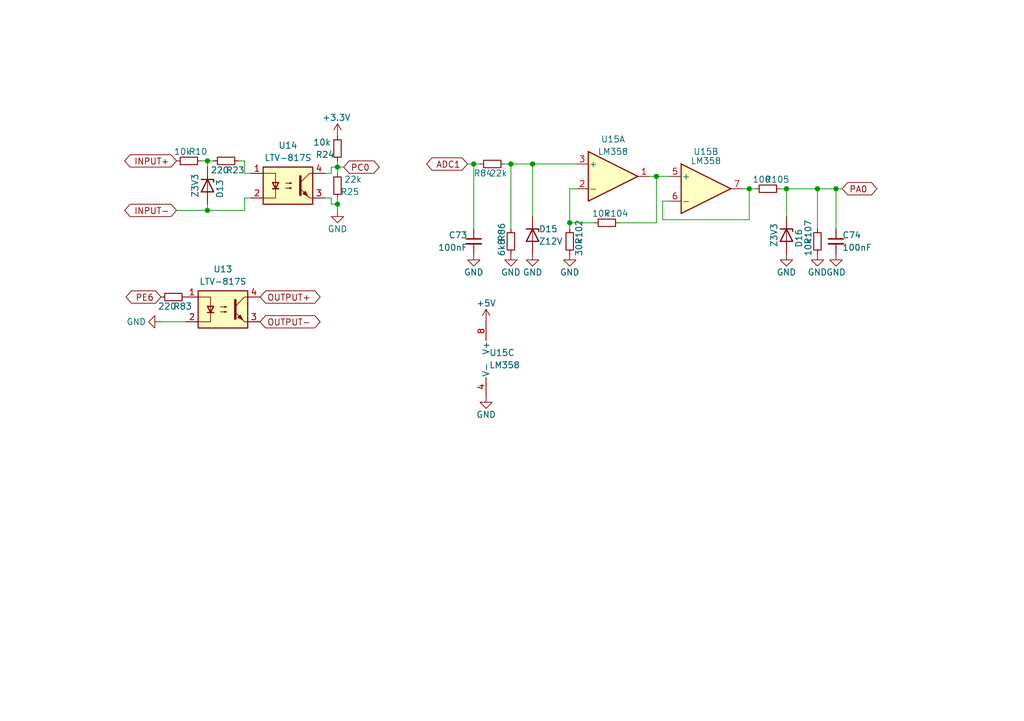
<source format=kicad_sch>
(kicad_sch (version 20211123) (generator eeschema)
  (paper "A5")
  (lib_symbols
    (symbol "Amplifier_Operational:LM358" (pin_names (offset 0.127))
      (property "Reference" "U" (at 0 5.08 0))
      (property "Value" "LM358" (at 0 -5.08 0))
      (symbol "LM358_1_1"
        (polyline (pts (xy -5.08 5.08) (xy 5.08 0) (xy -5.08 -5.08) (xy -5.08 5.08)) (stroke (width 0.254)) (fill (type background)))
        (pin output line (at 7.62 0 180) (length 2.54) (name "~") (number "1"))
        (pin input line (at -7.62 -2.54 0) (length 2.54) (name "-") (number "2"))
        (pin input line (at -7.62 2.54 0) (length 2.54) (name "+") (number "3"))
      )
      (symbol "LM358_2_1"
        (polyline (pts (xy -5.08 5.08) (xy 5.08 0) (xy -5.08 -5.08) (xy -5.08 5.08)) (stroke (width 0.254)) (fill (type background)))
        (pin input line (at -7.62 2.54 0) (length 2.54) (name "+") (number "5"))
        (pin input line (at -7.62 -2.54 0) (length 2.54) (name "-") (number "6"))
        (pin output line (at 7.62 0 180) (length 2.54) (name "~") (number "7"))
      )
      (symbol "LM358_3_1"
        (pin power_in line (at -2.54 -7.62 90) (length 3.81) (name "V-") (number "4"))
        (pin power_in line (at -2.54 7.62 270) (length 3.81) (name "V+") (number "8"))
      )
    )
    (symbol "Device:C_Small" (pin_numbers hide) (pin_names (offset 0.254) hide)
      (property "Reference" "C" (at 0.254 1.778 0))
      (property "Value" "C_Small" (at 0.254 -2.032 0))
      (symbol "C_Small_0_1"
        (polyline (pts (xy -1.524 -0.508) (xy 1.524 -0.508)) (stroke (width 0.3302)))
        (polyline (pts (xy -1.524 0.508) (xy 1.524 0.508)) (stroke (width 0.3048)))
      )
      (symbol "C_Small_1_1"
        (pin passive line (at 0 2.54 270) (length 2.032) (name "~") (number "1"))
        (pin passive line (at 0 -2.54 90) (length 2.032) (name "~") (number "2"))
      )
    )
    (symbol "Device:R_Small" (pin_numbers hide) (pin_names (offset 0.254) hide)
      (property "Reference" "R" (at 0.762 0.508 0))
      (property "Value" "R_Small" (at 0.762 -1.016 0))
      (symbol "R_Small_0_1"
        (rectangle (start -0.762 1.778) (end 0.762 -1.778) (stroke (width 0.2032)))
      )
      (symbol "R_Small_1_1"
        (pin passive line (at 0 2.54 270) (length 0.762) (name "~") (number "1"))
        (pin passive line (at 0 -2.54 90) (length 0.762) (name "~") (number "2"))
      )
    )
    (symbol "Diode:BZV55B12" (pin_numbers hide) (pin_names hide)
      (property "Reference" "D" (at 0 2.54 0))
      (property "Value" "BZV55B12" (at 0 -2.54 0))
      (symbol "BZV55B12_0_1"
        (polyline (pts (xy 1.27 0) (xy -1.27 0)))
        (polyline (pts (xy -1.27 -1.27) (xy -1.27 1.27) (xy -0.762 1.27)) (stroke (width 0.254)))
        (polyline (pts (xy 1.27 -1.27) (xy 1.27 1.27) (xy -1.27 0) (xy 1.27 -1.27)) (stroke (width 0.254)))
      )
      (symbol "BZV55B12_1_1"
        (pin passive line (at -3.81 0 0) (length 2.54) (name "K") (number "1"))
        (pin passive line (at 3.81 0 180) (length 2.54) (name "A") (number "2"))
      )
    )
    (symbol "Diode:BZV55C3V3" (pin_numbers hide) (pin_names hide)
      (property "Reference" "D" (at 0 2.54 0))
      (property "Value" "BZV55C3V3" (at 0 -2.54 0))
      (symbol "BZV55C3V3_0_1"
        (polyline (pts (xy 1.27 0) (xy -1.27 0)))
        (polyline (pts (xy -1.27 -1.27) (xy -1.27 1.27) (xy -0.762 1.27)) (stroke (width 0.254)))
        (polyline (pts (xy 1.27 -1.27) (xy 1.27 1.27) (xy -1.27 0) (xy 1.27 -1.27)) (stroke (width 0.254)))
      )
      (symbol "BZV55C3V3_1_1"
        (pin passive line (at -3.81 0 0) (length 2.54) (name "K") (number "1"))
        (pin passive line (at 3.81 0 180) (length 2.54) (name "A") (number "2"))
      )
    )
    (symbol "Isolator:LTV-817S" (pin_names (offset 1.016))
      (property "Reference" "U" (at -3.81 5.08 0))
      (property "Value" "LTV-817S" (at 0 -5.08 0))
      (symbol "LTV-817S_1_1"
        (rectangle (start -5.08 3.81) (end 5.08 -3.81) (stroke (width 0.254)) (fill (type background)))
        (polyline (pts (xy -3.175 -0.635) (xy -1.905 -0.635)) (stroke (width 0.254)))
        (polyline (pts (xy 2.54 0.635) (xy 4.445 2.54)))
        (polyline (pts (xy 4.445 -2.54) (xy 2.54 -0.635)) (fill (type outline)))
        (polyline (pts (xy 4.445 -2.54) (xy 5.08 -2.54)))
        (polyline (pts (xy 4.445 2.54) (xy 5.08 2.54)))
        (polyline (pts (xy -5.08 2.54) (xy -2.54 2.54) (xy -2.54 -0.762)))
        (polyline (pts (xy -2.54 -0.635) (xy -2.54 -2.54) (xy -5.08 -2.54)))
        (polyline (pts (xy 2.54 1.905) (xy 2.54 -1.905) (xy 2.54 -1.905)) (stroke (width 0.508)))
        (polyline (pts (xy -2.54 -0.635) (xy -3.175 0.635) (xy -1.905 0.635) (xy -2.54 -0.635)) (stroke (width 0.254)))
        (polyline (pts (xy -0.508 -0.508) (xy 0.762 -0.508) (xy 0.381 -0.635) (xy 0.381 -0.381) (xy 0.762 -0.508)))
        (polyline (pts (xy -0.508 0.508) (xy 0.762 0.508) (xy 0.381 0.381) (xy 0.381 0.635) (xy 0.762 0.508)))
        (polyline (pts (xy 3.048 -1.651) (xy 3.556 -1.143) (xy 4.064 -2.159) (xy 3.048 -1.651) (xy 3.048 -1.651)) (fill (type outline)))
        (pin passive line (at -7.62 2.54 0) (length 2.54) (name "~") (number "1"))
        (pin passive line (at -7.62 -2.54 0) (length 2.54) (name "~") (number "2"))
        (pin passive line (at 7.62 -2.54 180) (length 2.54) (name "~") (number "3"))
        (pin passive line (at 7.62 2.54 180) (length 2.54) (name "~") (number "4"))
      )
    )
    (symbol "power:+3.3V" (power) (pin_names (offset 0))
      (property "Value" "+3.3V" (at 0 3.556 0))
      (symbol "+3.3V_0_1"
        (polyline (pts (xy -0.762 1.27) (xy 0 2.54)))
        (polyline (pts (xy 0 0) (xy 0 2.54)))
        (polyline (pts (xy 0 2.54) (xy 0.762 1.27)))
      )
      (symbol "+3.3V_1_1"
        (pin power_in line (at 0 0 90) (length 0) hide (name "+3.3V") (number "1"))
      )
    )
    (symbol "power:+5V" (power) (pin_names (offset 0))
      (property "Value" "+5V" (at 0 3.556 0))
      (symbol "+5V_0_1"
        (polyline (pts (xy -0.762 1.27) (xy 0 2.54)))
        (polyline (pts (xy 0 0) (xy 0 2.54)))
        (polyline (pts (xy 0 2.54) (xy 0.762 1.27)))
      )
      (symbol "+5V_1_1"
        (pin power_in line (at 0 0 90) (length 0) hide (name "+5V") (number "1"))
      )
    )
    (symbol "power:GND" (power) (pin_names (offset 0))
      (property "Value" "GND" (at 0 -3.81 0))
      (symbol "GND_0_1"
        (polyline (pts (xy 0 0) (xy 0 -1.27) (xy 1.27 -1.27) (xy 0 -2.54) (xy -1.27 -1.27) (xy 0 -1.27)))
      )
      (symbol "GND_1_1"
        (pin power_in line (at 0 0 270) (length 0) hide (name "GND") (number "1"))
      )
    )
  )
  (junction (at 42.545 33.02))
  (junction (at 161.29 38.735))
  (junction (at 69.215 41.91))
  (junction (at 69.215 34.29))
  (junction (at 97.155 33.655))
  (junction (at 171.45 38.735))
  (junction (at 104.775 33.655))
  (junction (at 153.67 38.735))
  (junction (at 42.545 43.18))
  (junction (at 109.22 33.655))
  (junction (at 167.64 38.735))
  (junction (at 116.84 45.72))
  (junction (at 134.62 36.195))
  (wire (pts (xy 69.215 41.91) (xy 69.215 40.64)))
  (wire (pts (xy 69.215 34.29) (xy 70.485 34.29)))
  (wire (pts (xy 97.155 33.655) (xy 98.425 33.655)))
  (wire (pts (xy 137.16 41.275) (xy 135.89 41.275)))
  (wire (pts (xy 135.89 41.275) (xy 135.89 45.085)))
  (wire (pts (xy 135.89 45.085) (xy 153.67 45.085)))
  (wire (pts (xy 121.92 45.72) (xy 116.84 45.72)))
  (wire (pts (xy 116.84 38.735) (xy 116.84 45.72)))
  (wire (pts (xy 69.215 34.29) (xy 69.215 35.56)))
  (wire (pts (xy 36.195 43.18) (xy 42.545 43.18)))
  (wire (pts (xy 116.84 38.735) (xy 118.11 38.735)))
  (wire (pts (xy 66.675 35.56) (xy 67.945 35.56)))
  (wire (pts (xy 167.64 46.99) (xy 167.64 38.735)))
  (wire (pts (xy 50.165 43.18) (xy 42.545 43.18)))
  (wire (pts (xy 104.775 46.99) (xy 104.775 33.655)))
  (wire (pts (xy 171.45 38.735) (xy 172.72 38.735)))
  (wire (pts (xy 51.435 40.64) (xy 50.165 40.64)))
  (wire (pts (xy 171.45 46.99) (xy 171.45 38.735)))
  (wire (pts (xy 33.02 66.04) (xy 38.1 66.04)))
  (wire (pts (xy 66.675 40.64) (xy 67.945 40.64)))
  (wire (pts (xy 42.545 33.02) (xy 42.545 34.29)))
  (wire (pts (xy 167.64 38.735) (xy 171.45 38.735)))
  (wire (pts (xy 67.945 41.91) (xy 69.215 41.91)))
  (wire (pts (xy 153.67 38.735) (xy 152.4 38.735)))
  (wire (pts (xy 41.275 33.02) (xy 42.545 33.02)))
  (wire (pts (xy 42.545 33.02) (xy 43.815 33.02)))
  (wire (pts (xy 161.29 38.735) (xy 167.64 38.735)))
  (wire (pts (xy 67.945 40.64) (xy 67.945 41.91)))
  (wire (pts (xy 133.35 36.195) (xy 134.62 36.195)))
  (wire (pts (xy 116.84 45.72) (xy 116.84 46.99)))
  (wire (pts (xy 50.165 40.64) (xy 50.165 43.18)))
  (wire (pts (xy 153.67 45.085) (xy 153.67 38.735)))
  (wire (pts (xy 50.165 33.02) (xy 48.895 33.02)))
  (wire (pts (xy 134.62 36.195) (xy 137.16 36.195)))
  (wire (pts (xy 127 45.72) (xy 134.62 45.72)))
  (wire (pts (xy 109.22 33.655) (xy 118.11 33.655)))
  (wire (pts (xy 109.22 33.655) (xy 109.22 44.45)))
  (wire (pts (xy 134.62 36.195) (xy 134.62 45.72)))
  (wire (pts (xy 69.215 33.02) (xy 69.215 34.29)))
  (wire (pts (xy 51.435 35.56) (xy 50.165 35.56)))
  (wire (pts (xy 161.29 44.45) (xy 161.29 38.735)))
  (wire (pts (xy 153.67 38.735) (xy 154.94 38.735)))
  (wire (pts (xy 160.02 38.735) (xy 161.29 38.735)))
  (wire (pts (xy 103.505 33.655) (xy 104.775 33.655)))
  (wire (pts (xy 95.885 33.655) (xy 97.155 33.655)))
  (wire (pts (xy 67.945 34.29) (xy 69.215 34.29)))
  (wire (pts (xy 67.945 35.56) (xy 67.945 34.29)))
  (wire (pts (xy 69.215 41.91) (xy 69.215 43.18)))
  (wire (pts (xy 104.775 33.655) (xy 109.22 33.655)))
  (wire (pts (xy 97.155 46.99) (xy 97.155 33.655)))
  (wire (pts (xy 50.165 35.56) (xy 50.165 33.02)))
  (wire (pts (xy 42.545 43.18) (xy 42.545 41.91)))
  (global_label "PE6" (shape bidirectional) (at 33.02 60.96 180) (property "Intersheet References" "${INTERSHEET_REFS}" (effects hide)))
  (global_label "PA0" (shape bidirectional) (at 172.72 38.735 0) (property "Intersheet References" "${INTERSHEET_REFS}" (effects hide)))
  (global_label "OUTPUT-" (shape bidirectional) (at 53.34 66.04 0) (property "Intersheet References" "${INTERSHEET_REFS}" (effects hide)))
  (global_label "ADC1" (shape bidirectional) (at 95.885 33.655 180) (property "Intersheet References" "${INTERSHEET_REFS}" (effects hide)))
  (global_label "PC0" (shape bidirectional) (at 70.485 34.29 0) (property "Intersheet References" "${INTERSHEET_REFS}" (effects hide)))
  (global_label "OUTPUT+" (shape bidirectional) (at 53.34 60.96 0) (property "Intersheet References" "${INTERSHEET_REFS}" (effects hide)))
  (global_label "INPUT+" (shape bidirectional) (at 36.195 33.02 180) (property "Intersheet References" "${INTERSHEET_REFS}" (effects hide)))
  (global_label "INPUT-" (shape bidirectional) (at 36.195 43.18 180) (property "Intersheet References" "${INTERSHEET_REFS}" (effects hide)))
  (symbol (lib_id "power:GND") (at 97.155 52.07 0) (unit 1)
    (property "Reference" "#PWR0145" (effects hide))
    (property "Value" "GND" (at 97.155 55.88 0))
  )
  (symbol (lib_id "power:GND") (at 171.45 52.07 0) (unit 1)
    (property "Reference" "#PWR0186" (effects hide))
    (property "Value" "GND" (at 171.45 55.88 0))
  )
  (symbol (lib_id "Device:R_Small") (at 35.56 60.96 270) (unit 1)
    (property "Reference" "R83" (at 37.465 62.865 90))
    (property "Value" "220" (at 34.29 62.865 90))
    (property "Footprint" "Resistor_SMD:R_0603_1608Metric" (effects hide))
  )
  (symbol (lib_id "Device:R_Small") (at 100.965 33.655 90) (unit 1)
    (property "Reference" "R84" (at 99.06 35.56 90))
    (property "Value" "22k" (at 102.235 35.56 90))
    (property "Footprint" "Resistor_SMD:R_0603_1608Metric" (effects hide))
  )
  (symbol (lib_id "Amplifier_Operational:LM358") (at 144.78 38.735 0) (unit 2)
    (property "Reference" "U15" (at 144.78 31.115 0))
    (property "Value" "LM358" (at 144.78 33.02 0))
    (property "Footprint" "Package_SO:SOIC-8_3.9x4.9mm_P1.27mm" (effects hide))
    (property "Datasheet" "http://www.ti.com/lit/ds/symlink/lm2904-n.pdf" (effects hide))
  )
  (symbol (lib_id "power:GND") (at 69.215 43.18 0) (unit 1)
    (property "Reference" "#PWR0170" (effects hide))
    (property "Value" "GND" (at 69.215 46.99 0))
  )
  (symbol (lib_id "Device:R_Small") (at 104.775 49.53 0) (unit 1)
    (property "Reference" "R86" (at 102.87 47.625 90))
    (property "Value" "6k8" (at 102.87 50.8 90))
    (property "Footprint" "Resistor_SMD:R_0603_1608Metric" (effects hide))
  )
  (symbol (lib_id "power:GND") (at 33.02 66.04 270) (unit 1)
    (property "Reference" "#PWR0148" (effects hide))
    (property "Value" "GND" (at 27.94 66.04 90))
  )
  (symbol (lib_id "power:GND") (at 167.64 52.07 0) (unit 1)
    (property "Reference" "#PWR0187" (effects hide))
    (property "Value" "GND" (at 167.64 55.88 0))
  )
  (symbol (lib_id "Isolator:LTV-817S") (at 45.72 63.5 0) (unit 1)
    (property "Reference" "U13" (at 45.72 55.245 0))
    (property "Value" "LTV-817S" (at 45.72 57.785 0))
    (property "Footprint" "Package_DIP:SMDIP-4_W9.53mm" (effects hide))
    (property "Datasheet" "http://www.us.liteon.com/downloads/LTV-817-827-847.PDF" (effects hide))
  )
  (symbol (lib_id "Device:R_Small") (at 167.64 49.53 0) (unit 1)
    (property "Reference" "R107" (at 165.735 47.625 90))
    (property "Value" "10k" (at 165.735 50.8 90))
    (property "Footprint" "Resistor_SMD:R_0603_1608Metric" (effects hide))
  )
  (symbol (lib_id "Isolator:LTV-817S") (at 59.055 38.1 0) (unit 1)
    (property "Reference" "U14" (at 59.055 29.845 0))
    (property "Value" "LTV-817S" (at 59.055 32.385 0))
    (property "Footprint" "Package_DIP:SMDIP-4_W9.53mm" (effects hide))
    (property "Datasheet" "http://www.us.liteon.com/downloads/LTV-817-827-847.PDF" (effects hide))
  )
  (symbol (lib_id "Device:R_Small") (at 69.215 38.1 0) (mirror x) (unit 1)
    (property "Reference" "R25" (at 71.755 39.37 0))
    (property "Value" "22k" (at 72.39 36.83 0))
    (property "Footprint" "Resistor_SMD:R_0603_1608Metric" (effects hide))
  )
  (symbol (lib_id "Device:R_Small") (at 124.46 45.72 270) (unit 1)
    (property "Reference" "R104" (at 126.365 43.815 90))
    (property "Value" "10k" (at 123.19 43.815 90))
    (property "Footprint" "Resistor_SMD:R_0603_1608Metric" (effects hide))
  )
  (symbol (lib_id "Device:C_Small") (at 171.45 49.53 0) (unit 1)
    (property "Reference" "C74" (at 172.72 48.26 0) (effects (justify left)))
    (property "Value" "100nF" (at 172.72 50.8 0) (effects (justify left)))
    (property "Footprint" "Capacitor_SMD:C_0603_1608Metric" (effects hide))
  )
  (symbol (lib_id "Amplifier_Operational:LM358") (at 102.235 73.66 0) (unit 3)
    (property "Reference" "U15" (at 100.33 72.3899 0) (effects (justify left)))
    (property "Value" "LM358" (at 100.33 74.9299 0) (effects (justify left)))
    (property "Footprint" "Package_SO:SOIC-8_3.9x4.9mm_P1.27mm" (effects hide))
    (property "Datasheet" "http://www.ti.com/lit/ds/symlink/lm2904-n.pdf" (effects hide))
  )
  (symbol (lib_id "power:+3.3V") (at 69.215 27.94 0) (unit 1)
    (property "Reference" "#PWR0171" (effects hide))
    (property "Value" "+3.3V" (at 66.04 24.13 0) (effects (justify left)))
  )
  (symbol (lib_id "Device:R_Small") (at 116.84 49.53 0) (mirror y) (unit 1)
    (property "Reference" "R102" (at 118.745 47.625 90))
    (property "Value" "30k" (at 118.745 50.8 90))
    (property "Footprint" "Resistor_SMD:R_0603_1608Metric" (effects hide))
  )
  (symbol (lib_id "power:GND") (at 99.695 81.28 0) (unit 1)
    (property "Reference" "#PWR0179" (effects hide))
    (property "Value" "GND" (at 99.695 85.09 0))
  )
  (symbol (lib_id "Diode:BZV55C3V3") (at 42.545 38.1 270) (unit 1)
    (property "Reference" "D13" (at 45.085 38.735 0))
    (property "Value" "Z3V3" (at 40.005 38.1 0))
    (property "Footprint" "Diode_SMD:D_SOD-123F" (effects hide))
    (property "Datasheet" "https://assets.nexperia.com/documents/data-sheet/BZV55_SER.pdf" (effects hide))
  )
  (symbol (lib_id "power:+5V") (at 99.695 66.04 0) (unit 1)
    (property "Reference" "#PWR0189" (effects hide))
    (property "Value" "+5V" (at 99.695 62.23 0))
  )
  (symbol (lib_id "power:GND") (at 104.775 52.07 0) (unit 1)
    (property "Reference" "#PWR0167" (effects hide))
    (property "Value" "GND" (at 104.775 55.88 0))
  )
  (symbol (lib_id "Device:R_Small") (at 38.735 33.02 270) (unit 1)
    (property "Reference" "R10" (at 40.64 31.115 90))
    (property "Value" "10k" (at 37.465 31.115 90))
    (property "Footprint" "Resistor_SMD:R_0603_1608Metric" (effects hide))
  )
  (symbol (lib_id "Diode:BZV55B12") (at 109.22 48.26 270) (unit 1)
    (property "Reference" "D15" (at 110.49 46.99 90) (effects (justify left)))
    (property "Value" "Z12V" (at 110.49 49.53 90) (effects (justify left)))
    (property "Footprint" "Diode_SMD:D_SOD-123F" (effects hide))
    (property "Datasheet" "https://assets.nexperia.com/documents/data-sheet/BZV55_SER.pdf" (effects hide))
  )
  (symbol (lib_id "power:GND") (at 109.22 52.07 0) (unit 1)
    (property "Reference" "#PWR0149" (effects hide))
    (property "Value" "GND" (at 109.22 55.88 0))
  )
  (symbol (lib_id "Device:R_Small") (at 157.48 38.735 270) (unit 1)
    (property "Reference" "R105" (at 159.385 36.83 90))
    (property "Value" "100" (at 156.21 36.83 90))
    (property "Footprint" "Resistor_SMD:R_0603_1608Metric" (effects hide))
  )
  (symbol (lib_id "Device:C_Small") (at 97.155 49.53 0) (mirror y) (unit 1)
    (property "Reference" "C73" (at 95.885 48.26 0) (effects (justify left)))
    (property "Value" "100nF" (at 95.885 50.8 0) (effects (justify left)))
    (property "Footprint" "Capacitor_SMD:C_0603_1608Metric" (effects hide))
  )
  (symbol (lib_id "power:GND") (at 116.84 52.07 0) (unit 1)
    (property "Reference" "#PWR0174" (effects hide))
    (property "Value" "GND" (at 116.84 55.88 0))
  )
  (symbol (lib_id "Device:R_Small") (at 46.355 33.02 270) (unit 1)
    (property "Reference" "R23" (at 48.26 34.925 90))
    (property "Value" "220" (at 45.085 34.925 90))
    (property "Footprint" "Resistor_SMD:R_0603_1608Metric" (effects hide))
  )
  (symbol (lib_id "Diode:BZV55C3V3") (at 161.29 48.26 270) (unit 1)
    (property "Reference" "D16" (at 163.83 48.895 0))
    (property "Value" "Z3V3" (at 158.75 48.26 0))
    (property "Footprint" "Diode_SMD:D_SOD-123F" (effects hide))
    (property "Datasheet" "https://assets.nexperia.com/documents/data-sheet/BZV55_SER.pdf" (effects hide))
  )
  (symbol (lib_id "Amplifier_Operational:LM358") (at 125.73 36.195 0) (unit 1)
    (property "Reference" "U15" (at 125.73 28.575 0))
    (property "Value" "LM358" (at 125.73 31.115 0))
    (property "Footprint" "Package_SO:SOIC-8_3.9x4.9mm_P1.27mm" (effects hide))
    (property "Datasheet" "http://www.ti.com/lit/ds/symlink/lm2904-n.pdf" (effects hide))
  )
  (symbol (lib_id "power:GND") (at 161.29 52.07 0) (unit 1)
    (property "Reference" "#PWR0188" (effects hide))
    (property "Value" "GND" (at 161.29 55.88 0))
  )
  (symbol (lib_id "Device:R_Small") (at 69.215 30.48 180) (unit 1)
    (property "Reference" "R24" (at 66.675 31.75 0))
    (property "Value" "10k" (at 66.04 29.21 0))
    (property "Footprint" "Resistor_SMD:R_0603_1608Metric" (effects hide))
  )
)
</source>
